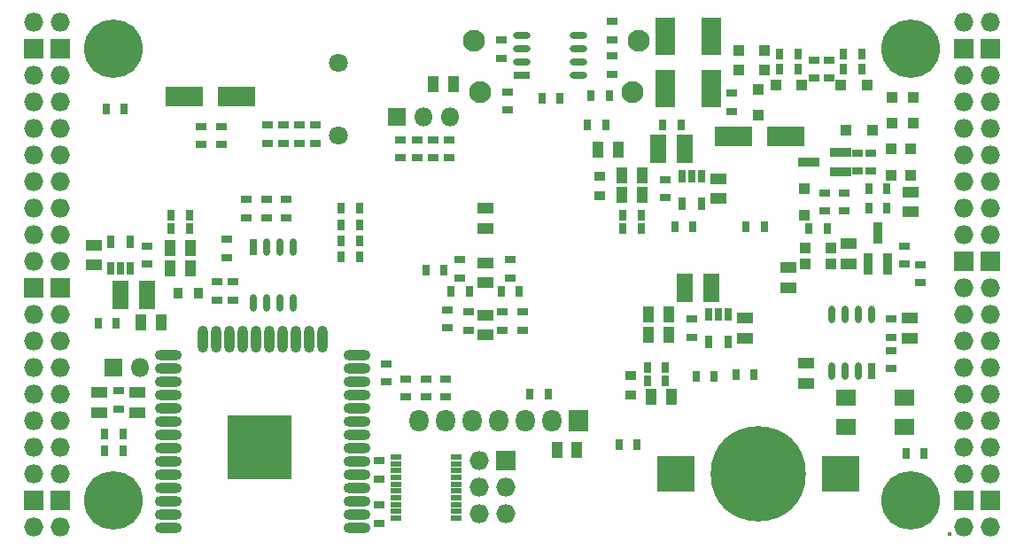
<source format=gbs>
G04 #@! TF.GenerationSoftware,KiCad,Pcbnew,5.0.0-rc2-dev-unknown+dfsg1+20180318-2*
G04 #@! TF.CreationDate,2018-06-04T00:15:21+02:00*
G04 #@! TF.ProjectId,ulx3s,756C7833732E6B696361645F70636200,rev?*
G04 #@! TF.SameCoordinates,Original*
G04 #@! TF.FileFunction,Soldermask,Bot*
G04 #@! TF.FilePolarity,Negative*
%FSLAX46Y46*%
G04 Gerber Fmt 4.6, Leading zero omitted, Abs format (unit mm)*
G04 Created by KiCad (PCBNEW 5.0.0-rc2-dev-unknown+dfsg1+20180318-2) date Mon Jun  4 00:15:21 2018*
%MOMM*%
%LPD*%
G01*
G04 APERTURE LIST*
%ADD10O,1.827200X1.827200*%
%ADD11R,1.827200X1.827200*%
%ADD12R,0.800000X1.300000*%
%ADD13C,5.600000*%
%ADD14R,1.100000X0.500000*%
%ADD15R,1.827200X2.132000*%
%ADD16O,1.827200X2.132000*%
%ADD17R,3.600000X3.400000*%
%ADD18C,9.100000*%
%ADD19C,1.800000*%
%ADD20R,0.700000X1.650000*%
%ADD21O,0.700000X1.650000*%
%ADD22O,2.600000X1.000000*%
%ADD23O,1.000000X2.600000*%
%ADD24R,6.100000X6.100000*%
%ADD25R,1.900000X1.500000*%
%ADD26R,1.070000X1.600000*%
%ADD27R,1.600000X1.070000*%
%ADD28R,0.770000X1.100000*%
%ADD29R,1.100000X0.770000*%
%ADD30C,2.100000*%
%ADD31R,1.100000X1.100000*%
%ADD32R,0.900000X2.000000*%
%ADD33R,2.000000X0.900000*%
%ADD34R,3.600000X1.900000*%
%ADD35R,1.900000X3.600000*%
%ADD36C,0.400000*%
%ADD37R,1.100000X0.945000*%
%ADD38R,0.945000X1.100000*%
%ADD39R,1.800000X1.800000*%
%ADD40O,1.800000X1.800000*%
%ADD41R,1.650000X0.700000*%
%ADD42O,1.650000X0.700000*%
%ADD43R,1.600000X2.800000*%
G04 APERTURE END LIST*
D10*
X97910000Y-62690000D03*
X95370000Y-62690000D03*
D11*
X97910000Y-65230000D03*
X95370000Y-65230000D03*
D10*
X97910000Y-67770000D03*
X95370000Y-67770000D03*
X97910000Y-70310000D03*
X95370000Y-70310000D03*
X97910000Y-72850000D03*
X95370000Y-72850000D03*
X97910000Y-75390000D03*
X95370000Y-75390000D03*
X97910000Y-77930000D03*
X95370000Y-77930000D03*
X97910000Y-80470000D03*
X95370000Y-80470000D03*
X97910000Y-83010000D03*
X95370000Y-83010000D03*
X97910000Y-85550000D03*
X95370000Y-85550000D03*
D11*
X97910000Y-88090000D03*
X95370000Y-88090000D03*
D10*
X97910000Y-90630000D03*
X95370000Y-90630000D03*
X97910000Y-93170000D03*
X95370000Y-93170000D03*
X97910000Y-95710000D03*
X95370000Y-95710000D03*
X97910000Y-98250000D03*
X95370000Y-98250000D03*
X97910000Y-100790000D03*
X95370000Y-100790000D03*
X97910000Y-103330000D03*
X95370000Y-103330000D03*
X97910000Y-105870000D03*
X95370000Y-105870000D03*
D11*
X97910000Y-108410000D03*
X95370000Y-108410000D03*
D10*
X97910000Y-110950000D03*
X95370000Y-110950000D03*
D12*
X159825000Y-90600000D03*
X160775000Y-90600000D03*
X161725000Y-90600000D03*
X161725000Y-93200000D03*
X159825000Y-93200000D03*
X104575000Y-86215000D03*
X103625000Y-86215000D03*
X102675000Y-86215000D03*
X102675000Y-83615000D03*
X104575000Y-83615000D03*
X157285000Y-77392000D03*
X158235000Y-77392000D03*
X159185000Y-77392000D03*
X159185000Y-79992000D03*
X157285000Y-79992000D03*
D10*
X184270000Y-110950000D03*
X186810000Y-110950000D03*
D11*
X184270000Y-108410000D03*
X186810000Y-108410000D03*
D10*
X184270000Y-105870000D03*
X186810000Y-105870000D03*
X184270000Y-103330000D03*
X186810000Y-103330000D03*
X184270000Y-100790000D03*
X186810000Y-100790000D03*
X184270000Y-98250000D03*
X186810000Y-98250000D03*
X184270000Y-95710000D03*
X186810000Y-95710000D03*
X184270000Y-93170000D03*
X186810000Y-93170000D03*
X184270000Y-90630000D03*
X186810000Y-90630000D03*
X184270000Y-88090000D03*
X186810000Y-88090000D03*
D11*
X184270000Y-85550000D03*
X186810000Y-85550000D03*
D10*
X184270000Y-83010000D03*
X186810000Y-83010000D03*
X184270000Y-80470000D03*
X186810000Y-80470000D03*
X184270000Y-77930000D03*
X186810000Y-77930000D03*
X184270000Y-75390000D03*
X186810000Y-75390000D03*
X184270000Y-72850000D03*
X186810000Y-72850000D03*
X184270000Y-70310000D03*
X186810000Y-70310000D03*
X184270000Y-67770000D03*
X186810000Y-67770000D03*
D11*
X184270000Y-65230000D03*
X186810000Y-65230000D03*
D10*
X184270000Y-62690000D03*
X186810000Y-62690000D03*
D13*
X102990000Y-108410000D03*
X179190000Y-108410000D03*
X179190000Y-65230000D03*
X102990000Y-65230000D03*
D14*
X135735000Y-104215000D03*
X135735000Y-104865000D03*
X135735000Y-105515000D03*
X135735000Y-106165000D03*
X135735000Y-106815000D03*
X135735000Y-107465000D03*
X135735000Y-108115000D03*
X135735000Y-108765000D03*
X135735000Y-109415000D03*
X135735000Y-110065000D03*
X129935000Y-110065000D03*
X129935000Y-109415000D03*
X129935000Y-108765000D03*
X129935000Y-108115000D03*
X129935000Y-107465000D03*
X129935000Y-106815000D03*
X129935000Y-106165000D03*
X129935000Y-105515000D03*
X129935000Y-104865000D03*
X129935000Y-104215000D03*
D11*
X140455000Y-104600000D03*
D10*
X137915000Y-104600000D03*
X140455000Y-107140000D03*
X137915000Y-107140000D03*
X140455000Y-109680000D03*
X137915000Y-109680000D03*
D15*
X147440000Y-100790000D03*
D16*
X144900000Y-100790000D03*
X142360000Y-100790000D03*
X139820000Y-100790000D03*
X137280000Y-100790000D03*
X134740000Y-100790000D03*
X132200000Y-100790000D03*
D17*
X172485000Y-105870000D03*
X156685000Y-105870000D03*
D18*
X164585000Y-105870000D03*
D19*
X124468000Y-66518000D03*
X124468000Y-73518000D03*
D20*
X175395000Y-96015000D03*
D21*
X174125000Y-96015000D03*
X172855000Y-96015000D03*
X171585000Y-96015000D03*
X171585000Y-90615000D03*
X172855000Y-90615000D03*
X174125000Y-90615000D03*
X175395000Y-90615000D03*
D20*
X116325000Y-84120000D03*
D21*
X117595000Y-84120000D03*
X118865000Y-84120000D03*
X120135000Y-84120000D03*
X120135000Y-89520000D03*
X118865000Y-89520000D03*
X117595000Y-89520000D03*
X116325000Y-89520000D03*
D22*
X126230000Y-111000000D03*
X126230000Y-109730000D03*
X126230000Y-108460000D03*
X126230000Y-107190000D03*
X126230000Y-105920000D03*
X126230000Y-104650000D03*
X126230000Y-103380000D03*
X126230000Y-102110000D03*
X126230000Y-100840000D03*
X126230000Y-99570000D03*
X126230000Y-98300000D03*
X126230000Y-97030000D03*
X126230000Y-95760000D03*
X126230000Y-94490000D03*
D23*
X122945000Y-93000000D03*
X121675000Y-93000000D03*
X120405000Y-93000000D03*
X119135000Y-93000000D03*
X117865000Y-93000000D03*
X116595000Y-93000000D03*
X115325000Y-93000000D03*
X114055000Y-93000000D03*
X112785000Y-93000000D03*
X111515000Y-93000000D03*
D22*
X108230000Y-94490000D03*
X108230000Y-95760000D03*
X108230000Y-97030000D03*
X108230000Y-98300000D03*
X108230000Y-99570000D03*
X108230000Y-100840000D03*
X108230000Y-102110000D03*
X108230000Y-103380000D03*
X108230000Y-104650000D03*
X108230000Y-105920000D03*
X108230000Y-107190000D03*
X108230000Y-108460000D03*
X108230000Y-109730000D03*
X108230000Y-111000000D03*
D24*
X116930000Y-103300000D03*
D25*
X178576000Y-98522000D03*
X172976000Y-98522000D03*
X172976000Y-101322000D03*
X178576000Y-101322000D03*
D26*
X133546000Y-68550000D03*
X135456000Y-68550000D03*
D27*
X101085000Y-83960000D03*
X101085000Y-85870000D03*
D28*
X153985000Y-96910000D03*
X155735000Y-96910000D03*
D26*
X156015000Y-90630000D03*
X154105000Y-90630000D03*
X154105000Y-92535000D03*
X156015000Y-92535000D03*
D27*
X163315000Y-90945000D03*
X163315000Y-92855000D03*
D28*
X151645000Y-82375000D03*
X153395000Y-82375000D03*
D26*
X153475000Y-79200000D03*
X151565000Y-79200000D03*
X153475000Y-77295000D03*
X151565000Y-77295000D03*
D27*
X160775000Y-79520000D03*
X160775000Y-77610000D03*
D28*
X108465000Y-81105000D03*
X110215000Y-81105000D03*
D26*
X108385000Y-84280000D03*
X110295000Y-84280000D03*
X110295000Y-86185000D03*
X108385000Y-86185000D03*
D27*
X173221000Y-83833000D03*
X173221000Y-85743000D03*
D29*
X175380000Y-76900000D03*
X175380000Y-75150000D03*
D27*
X105276000Y-99967000D03*
X105276000Y-98057000D03*
X167506000Y-88029000D03*
X167506000Y-86119000D03*
X138500000Y-90665000D03*
X138500000Y-92575000D03*
D29*
X150589600Y-64359000D03*
X150589600Y-62609000D03*
D27*
X138500000Y-82375000D03*
X138500000Y-80465000D03*
X138500000Y-87575000D03*
X138500000Y-85665000D03*
X101593000Y-99967000D03*
X101593000Y-98057000D03*
D26*
X154359000Y-98504000D03*
X156269000Y-98504000D03*
X105591000Y-91392000D03*
X107501000Y-91392000D03*
X151189000Y-74882000D03*
X149279000Y-74882000D03*
D29*
X140900000Y-87095000D03*
X140900000Y-85345000D03*
X136100000Y-87095000D03*
X136100000Y-85345000D03*
X136900000Y-92095000D03*
X136900000Y-90345000D03*
X140100000Y-90345000D03*
X140100000Y-92095000D03*
X142100000Y-92095000D03*
X142100000Y-90345000D03*
X134900000Y-90145000D03*
X134900000Y-91895000D03*
D28*
X135225000Y-88420000D03*
X136975000Y-88420000D03*
X140025000Y-88420000D03*
X141775000Y-88420000D03*
X163425000Y-82220000D03*
X165175000Y-82220000D03*
X158375000Y-82220000D03*
X156625000Y-82220000D03*
D29*
X177300000Y-94025000D03*
X177300000Y-95775000D03*
D26*
X145342000Y-103584000D03*
X147252000Y-103584000D03*
D28*
X103995000Y-70963000D03*
X102245000Y-70963000D03*
X103245000Y-91410000D03*
X101495000Y-91410000D03*
D29*
X180094000Y-87586000D03*
X180094000Y-85836000D03*
D28*
X180473000Y-103856000D03*
X178723000Y-103856000D03*
X158645000Y-96490000D03*
X160395000Y-96490000D03*
X132827200Y-86330000D03*
X134577200Y-86330000D03*
D27*
X169172000Y-95281000D03*
X169172000Y-97191000D03*
X179190000Y-80790000D03*
X179190000Y-78880000D03*
D30*
X152546000Y-69312000D03*
X138046000Y-69312000D03*
X153146000Y-64412000D03*
X137446000Y-64412000D03*
D31*
X169050000Y-84280000D03*
X171550000Y-84280000D03*
X169030000Y-78585000D03*
X169030000Y-81085000D03*
X171550000Y-85804000D03*
X169050000Y-85804000D03*
X179190000Y-74775000D03*
X179190000Y-77275000D03*
X177285000Y-77275000D03*
X177285000Y-74775000D03*
X172987000Y-72977000D03*
X175487000Y-72977000D03*
X164585000Y-69060000D03*
X164585000Y-71560000D03*
X168756000Y-68659000D03*
X166256000Y-68659000D03*
X174979000Y-68659000D03*
X172479000Y-68659000D03*
X165200000Y-67262000D03*
X162700000Y-67262000D03*
X162700000Y-65357000D03*
X165200000Y-65357000D03*
X177412000Y-72322000D03*
X177412000Y-69822000D03*
X179444000Y-69822000D03*
X179444000Y-72322000D03*
D32*
X176015000Y-82780000D03*
X175065000Y-85780000D03*
X176965000Y-85780000D03*
D33*
X172435000Y-75075000D03*
X172435000Y-76975000D03*
X169435000Y-76025000D03*
D34*
X114761000Y-69802000D03*
X109761000Y-69802000D03*
X167212000Y-73612000D03*
X162212000Y-73612000D03*
D35*
X155695000Y-69000000D03*
X155695000Y-64000000D03*
X160140000Y-69000000D03*
X160140000Y-64000000D03*
D36*
X182888000Y-111603000D03*
D29*
X113277000Y-74360000D03*
X113277000Y-72610000D03*
X111372000Y-72610000D03*
X111372000Y-74360000D03*
D28*
X155455000Y-72487000D03*
X157205000Y-72487000D03*
D29*
X171331000Y-66278000D03*
X171331000Y-68028000D03*
X169919000Y-68028000D03*
X169919000Y-66278000D03*
D28*
X174477000Y-65738000D03*
X172727000Y-65738000D03*
D29*
X128390000Y-106321000D03*
X128390000Y-104571000D03*
X117722000Y-72483000D03*
X117722000Y-74233000D03*
X119246000Y-74233000D03*
X119246000Y-72483000D03*
X120770000Y-72483000D03*
X120770000Y-74233000D03*
X122294000Y-74233000D03*
X122294000Y-72483000D03*
D28*
X145655000Y-69900000D03*
X143905000Y-69900000D03*
D37*
X152393000Y-96398500D03*
X152393000Y-98323500D03*
D38*
X111064500Y-88598000D03*
X109139500Y-88598000D03*
D37*
X149472000Y-77348500D03*
X149472000Y-79273500D03*
D39*
X102990000Y-95710000D03*
D40*
X105530000Y-95710000D03*
D39*
X130056000Y-71725000D03*
D40*
X132596000Y-71725000D03*
X135136000Y-71725000D03*
D28*
X166631000Y-65738000D03*
X168381000Y-65738000D03*
D29*
X134740000Y-96740000D03*
X134740000Y-98490000D03*
D41*
X141980000Y-67706500D03*
D42*
X141980000Y-66436500D03*
X141980000Y-65166500D03*
X141980000Y-63896500D03*
X147380000Y-63896500D03*
X147380000Y-65166500D03*
X147380000Y-66436500D03*
X147380000Y-67706500D03*
D27*
X179078000Y-90963000D03*
X179078000Y-92873000D03*
D29*
X177300000Y-92793000D03*
X177300000Y-91043000D03*
D43*
X160140000Y-88090000D03*
X157600000Y-88090000D03*
X103625000Y-88725000D03*
X106165000Y-88725000D03*
X155060000Y-74755000D03*
X157600000Y-74755000D03*
D28*
X171175000Y-82375000D03*
X169425000Y-82375000D03*
D29*
X172840000Y-78960000D03*
X172840000Y-80710000D03*
X162045000Y-71185000D03*
X162045000Y-69435000D03*
D28*
X176890000Y-80470000D03*
X175140000Y-80470000D03*
D29*
X174110000Y-75150000D03*
X174110000Y-76900000D03*
X178555000Y-85790000D03*
X178555000Y-84040000D03*
X113785000Y-85155000D03*
X113785000Y-83405000D03*
X170935000Y-80710000D03*
X170935000Y-78960000D03*
X128390000Y-110555000D03*
X128390000Y-108805000D03*
D28*
X151264000Y-103076000D03*
X153014000Y-103076000D03*
D29*
X119500000Y-81345000D03*
X119500000Y-79595000D03*
X114420000Y-89219000D03*
X114420000Y-87469000D03*
D28*
X175140000Y-78565000D03*
X176890000Y-78565000D03*
X124721000Y-85060000D03*
X126471000Y-85060000D03*
X126471000Y-83536000D03*
X124721000Y-83536000D03*
X124721000Y-82012000D03*
X126471000Y-82012000D03*
X126471000Y-80470000D03*
X124721000Y-80470000D03*
D29*
X130422000Y-73898000D03*
X130422000Y-75648000D03*
X131961000Y-73898000D03*
X131961000Y-75648000D03*
X133485000Y-73898000D03*
X133485000Y-75648000D03*
X135009000Y-75648000D03*
X135009000Y-73898000D03*
X140025500Y-66105000D03*
X140025500Y-64355000D03*
X140597000Y-71076000D03*
X140597000Y-69326000D03*
X150615000Y-67647000D03*
X150615000Y-65897000D03*
D28*
X148300000Y-72487000D03*
X150050000Y-72487000D03*
X150362000Y-69693000D03*
X148612000Y-69693000D03*
D29*
X129025000Y-95300000D03*
X129025000Y-97050000D03*
X117595000Y-79595000D03*
X117595000Y-81345000D03*
X112896000Y-89219000D03*
X112896000Y-87469000D03*
X115690000Y-79595000D03*
X115690000Y-81345000D03*
D28*
X142755000Y-98250000D03*
X144505000Y-98250000D03*
D29*
X132835000Y-98490000D03*
X132835000Y-96740000D03*
X130930000Y-96740000D03*
X130930000Y-98490000D03*
D28*
X102115000Y-103600000D03*
X103865000Y-103600000D03*
X102115000Y-102060000D03*
X103865000Y-102060000D03*
D29*
X103498000Y-99633000D03*
X103498000Y-97883000D03*
D28*
X164190000Y-96345000D03*
X162440000Y-96345000D03*
X168381000Y-67135000D03*
X166631000Y-67135000D03*
X174475000Y-67120000D03*
X172725000Y-67120000D03*
X153985000Y-95640000D03*
X155735000Y-95640000D03*
X110215000Y-82375000D03*
X108465000Y-82375000D03*
X151645000Y-81105000D03*
X153395000Y-81105000D03*
D29*
X158235000Y-92775000D03*
X158235000Y-91025000D03*
X106165000Y-85790000D03*
X106165000Y-84040000D03*
X155695000Y-79440000D03*
X155695000Y-77690000D03*
M02*

</source>
